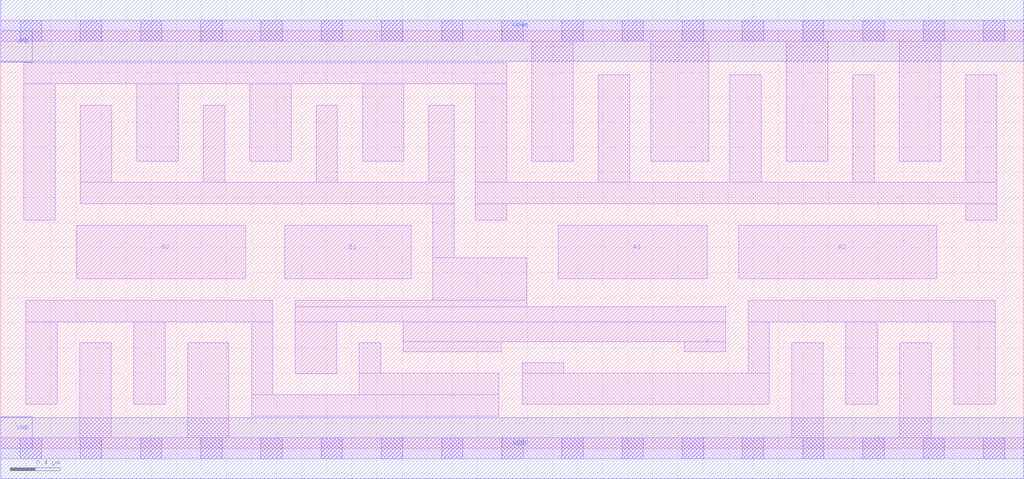
<source format=lef>
# Copyright 2020 The SkyWater PDK Authors
#
# Licensed under the Apache License, Version 2.0 (the "License");
# you may not use this file except in compliance with the License.
# You may obtain a copy of the License at
#
#     https://www.apache.org/licenses/LICENSE-2.0
#
# Unless required by applicable law or agreed to in writing, software
# distributed under the License is distributed on an "AS IS" BASIS,
# WITHOUT WARRANTIES OR CONDITIONS OF ANY KIND, either express or implied.
# See the License for the specific language governing permissions and
# limitations under the License.
#
# SPDX-License-Identifier: Apache-2.0

VERSION 5.5 ;
NAMESCASESENSITIVE ON ;
BUSBITCHARS "[]" ;
DIVIDERCHAR "/" ;
MACRO sky130_fd_sc_ms__a22oi_4
  CLASS CORE ;
  SOURCE USER ;
  ORIGIN  0.000000  0.000000 ;
  SIZE  8.160000 BY  3.330000 ;
  SYMMETRY X Y ;
  SITE unit ;
  PIN A1
    ANTENNAGATEAREA  1.116000 ;
    DIRECTION INPUT ;
    USE SIGNAL ;
    PORT
      LAYER li1 ;
        RECT 4.445000 1.350000 5.635000 1.780000 ;
    END
  END A1
  PIN A2
    ANTENNAGATEAREA  1.116000 ;
    DIRECTION INPUT ;
    USE SIGNAL ;
    PORT
      LAYER li1 ;
        RECT 5.885000 1.350000 7.465000 1.780000 ;
    END
  END A2
  PIN B1
    ANTENNAGATEAREA  1.116000 ;
    DIRECTION INPUT ;
    USE SIGNAL ;
    PORT
      LAYER li1 ;
        RECT 2.265000 1.350000 3.275000 1.780000 ;
    END
  END B1
  PIN B2
    ANTENNAGATEAREA  1.116000 ;
    DIRECTION INPUT ;
    USE SIGNAL ;
    PORT
      LAYER li1 ;
        RECT 0.605000 1.350000 1.955000 1.780000 ;
    END
  END B2
  PIN Y
    ANTENNADIFFAREA  2.172800 ;
    DIRECTION OUTPUT ;
    USE SIGNAL ;
    PORT
      LAYER li1 ;
        RECT 0.635000 1.950000 3.615000 2.120000 ;
        RECT 0.635000 2.120000 0.885000 2.735000 ;
        RECT 1.615000 2.120000 1.785000 2.735000 ;
        RECT 2.350000 0.595000 2.680000 1.010000 ;
        RECT 2.350000 1.010000 5.780000 1.130000 ;
        RECT 2.350000 1.130000 4.195000 1.180000 ;
        RECT 2.515000 2.120000 2.685000 2.735000 ;
        RECT 3.210000 0.770000 3.990000 0.850000 ;
        RECT 3.210000 0.850000 5.780000 1.010000 ;
        RECT 3.415000 2.120000 3.615000 2.735000 ;
        RECT 3.445000 1.180000 4.195000 1.520000 ;
        RECT 3.445000 1.520000 3.615000 1.950000 ;
        RECT 5.450000 0.770000 5.780000 0.850000 ;
    END
  END Y
  PIN VGND
    DIRECTION INOUT ;
    USE GROUND ;
    PORT
      LAYER met1 ;
        RECT 0.000000 -0.245000 8.160000 0.245000 ;
    END
  END VGND
  PIN VNB
    DIRECTION INOUT ;
    USE GROUND ;
    PORT
    END
  END VNB
  PIN VPB
    DIRECTION INOUT ;
    USE POWER ;
    PORT
    END
  END VPB
  PIN VNB
    DIRECTION INOUT ;
    USE GROUND ;
    PORT
      LAYER met1 ;
        RECT 0.000000 0.000000 0.250000 0.250000 ;
    END
  END VNB
  PIN VPB
    DIRECTION INOUT ;
    USE POWER ;
    PORT
      LAYER met1 ;
        RECT 0.000000 3.080000 0.250000 3.330000 ;
    END
  END VPB
  PIN VPWR
    DIRECTION INOUT ;
    USE POWER ;
    PORT
      LAYER met1 ;
        RECT 0.000000 3.085000 8.160000 3.575000 ;
    END
  END VPWR
  OBS
    LAYER li1 ;
      RECT 0.000000 -0.085000 8.160000 0.085000 ;
      RECT 0.000000  3.245000 8.160000 3.415000 ;
      RECT 0.185000  1.820000 0.435000 2.905000 ;
      RECT 0.185000  2.905000 4.035000 3.075000 ;
      RECT 0.200000  0.350000 0.450000 1.010000 ;
      RECT 0.200000  1.010000 2.170000 1.180000 ;
      RECT 0.630000  0.085000 0.880000 0.840000 ;
      RECT 1.060000  0.350000 1.310000 1.010000 ;
      RECT 1.085000  2.290000 1.415000 2.905000 ;
      RECT 1.490000  0.085000 1.820000 0.840000 ;
      RECT 1.985000  2.290000 2.315000 2.905000 ;
      RECT 2.000000  0.255000 3.970000 0.425000 ;
      RECT 2.000000  0.425000 2.170000 1.010000 ;
      RECT 2.860000  0.425000 3.970000 0.600000 ;
      RECT 2.860000  0.600000 3.030000 0.840000 ;
      RECT 2.885000  2.290000 3.215000 2.905000 ;
      RECT 3.785000  1.820000 4.035000 1.950000 ;
      RECT 3.785000  1.950000 7.945000 2.120000 ;
      RECT 3.785000  2.120000 4.035000 2.905000 ;
      RECT 4.160000  0.350000 6.130000 0.600000 ;
      RECT 4.160000  0.600000 4.490000 0.680000 ;
      RECT 4.235000  2.290000 4.565000 3.245000 ;
      RECT 4.765000  2.120000 5.015000 2.980000 ;
      RECT 5.185000  2.290000 5.645000 3.245000 ;
      RECT 5.815000  2.120000 6.065000 2.980000 ;
      RECT 5.960000  0.600000 6.130000 1.010000 ;
      RECT 5.960000  1.010000 7.930000 1.180000 ;
      RECT 6.265000  2.290000 6.595000 3.245000 ;
      RECT 6.310000  0.085000 6.560000 0.840000 ;
      RECT 6.740000  0.350000 6.990000 1.010000 ;
      RECT 6.795000  2.120000 6.965000 2.980000 ;
      RECT 7.165000  2.290000 7.495000 3.245000 ;
      RECT 7.170000  0.085000 7.420000 0.840000 ;
      RECT 7.600000  0.350000 7.930000 1.010000 ;
      RECT 7.695000  1.820000 7.945000 1.950000 ;
      RECT 7.695000  2.120000 7.945000 2.980000 ;
    LAYER mcon ;
      RECT 0.155000 -0.085000 0.325000 0.085000 ;
      RECT 0.155000  3.245000 0.325000 3.415000 ;
      RECT 0.635000 -0.085000 0.805000 0.085000 ;
      RECT 0.635000  3.245000 0.805000 3.415000 ;
      RECT 1.115000 -0.085000 1.285000 0.085000 ;
      RECT 1.115000  3.245000 1.285000 3.415000 ;
      RECT 1.595000 -0.085000 1.765000 0.085000 ;
      RECT 1.595000  3.245000 1.765000 3.415000 ;
      RECT 2.075000 -0.085000 2.245000 0.085000 ;
      RECT 2.075000  3.245000 2.245000 3.415000 ;
      RECT 2.555000 -0.085000 2.725000 0.085000 ;
      RECT 2.555000  3.245000 2.725000 3.415000 ;
      RECT 3.035000 -0.085000 3.205000 0.085000 ;
      RECT 3.035000  3.245000 3.205000 3.415000 ;
      RECT 3.515000 -0.085000 3.685000 0.085000 ;
      RECT 3.515000  3.245000 3.685000 3.415000 ;
      RECT 3.995000 -0.085000 4.165000 0.085000 ;
      RECT 3.995000  3.245000 4.165000 3.415000 ;
      RECT 4.475000 -0.085000 4.645000 0.085000 ;
      RECT 4.475000  3.245000 4.645000 3.415000 ;
      RECT 4.955000 -0.085000 5.125000 0.085000 ;
      RECT 4.955000  3.245000 5.125000 3.415000 ;
      RECT 5.435000 -0.085000 5.605000 0.085000 ;
      RECT 5.435000  3.245000 5.605000 3.415000 ;
      RECT 5.915000 -0.085000 6.085000 0.085000 ;
      RECT 5.915000  3.245000 6.085000 3.415000 ;
      RECT 6.395000 -0.085000 6.565000 0.085000 ;
      RECT 6.395000  3.245000 6.565000 3.415000 ;
      RECT 6.875000 -0.085000 7.045000 0.085000 ;
      RECT 6.875000  3.245000 7.045000 3.415000 ;
      RECT 7.355000 -0.085000 7.525000 0.085000 ;
      RECT 7.355000  3.245000 7.525000 3.415000 ;
      RECT 7.835000 -0.085000 8.005000 0.085000 ;
      RECT 7.835000  3.245000 8.005000 3.415000 ;
  END
END sky130_fd_sc_ms__a22oi_4
END LIBRARY

</source>
